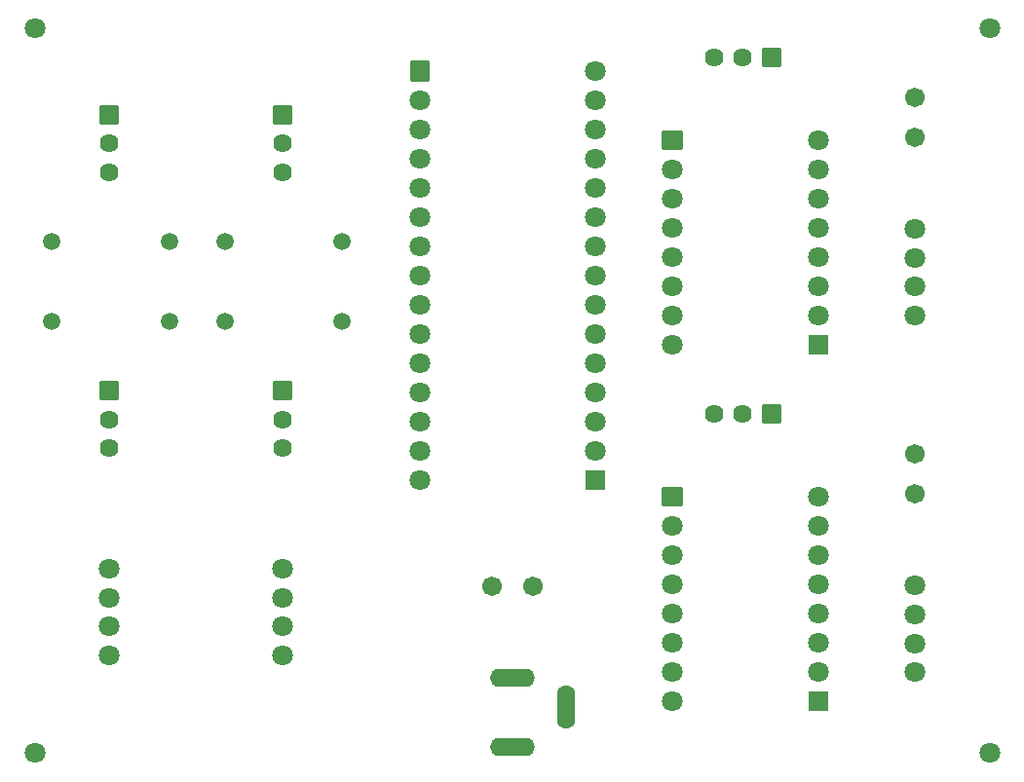
<source format=gbs>
G04 Layer: BottomSolderMaskLayer*
G04 EasyEDA v6.5.42, 2024-04-20 17:29:38*
G04 88c8a89ba0d84e72ac533820636c5c94,79741c9dc20a42bbb4667d943d95035a,10*
G04 Gerber Generator version 0.2*
G04 Scale: 100 percent, Rotated: No, Reflected: No *
G04 Dimensions in inches *
G04 leading zeros omitted , absolute positions ,3 integer and 6 decimal *
%FSLAX36Y36*%
%MOIN*%

%AMMACRO1*1,1,$1,$2,$3*1,1,$1,$4,$5*1,1,$1,0-$2,0-$3*1,1,$1,0-$4,0-$5*20,1,$1,$2,$3,$4,$5,0*20,1,$1,$4,$5,0-$2,0-$3,0*20,1,$1,0-$2,0-$3,0-$4,0-$5,0*20,1,$1,0-$4,0-$5,$2,$3,0*4,1,4,$2,$3,$4,$5,0-$2,0-$3,0-$4,0-$5,$2,$3,0*%
%ADD10MACRO1,0.0039X0.03X0.03X0.03X-0.03*%
%ADD11C,0.0639*%
%ADD12C,0.0670*%
%ADD13C,0.0709*%
%ADD14O,0.063055X0.149669*%
%ADD15O,0.153606X0.063055*%
%ADD16C,0.0709*%
%ADD17MACRO1,0.004X0.0335X0.031X0.0335X-0.031*%
%ADD18R,0.0709X0.0660*%
%ADD19MACRO1,0.0039X0.03X-0.03X-0.03X-0.03*%
%ADD20MACRO1,0.004X0.031X0.0335X0.031X-0.0335*%
%ADD21R,0.0660X0.0709*%
%ADD22C,0.0591*%

%LPD*%
D10*
G01*
X984250Y2322835D03*
D11*
G01*
X984250Y2224400D03*
G01*
X984250Y2125979D03*
D10*
G01*
X393699Y1377955D03*
D11*
G01*
X393699Y1279520D03*
G01*
X393699Y1181100D03*
D10*
G01*
X984250Y1377955D03*
D11*
G01*
X984250Y1279520D03*
G01*
X984250Y1181100D03*
D12*
G01*
X1840550Y708659D03*
G01*
X1702749Y708659D03*
G01*
X3149600Y1023620D03*
G01*
X3149600Y1161419D03*
G01*
X3149600Y2244090D03*
G01*
X3149600Y2381889D03*
D13*
G01*
X393699Y472440D03*
G01*
X393699Y570869D03*
G01*
X393699Y669290D03*
G01*
X393699Y767719D03*
G01*
X984250Y472440D03*
G01*
X984250Y570869D03*
G01*
X984250Y669290D03*
G01*
X984250Y767719D03*
G01*
X3149600Y710239D03*
G01*
X3149600Y611810D03*
G01*
X3149600Y513389D03*
G01*
X3149600Y414960D03*
G01*
X3149610Y1930709D03*
G01*
X3149610Y1832280D03*
G01*
X3149610Y1733859D03*
G01*
X3149600Y1635430D03*
D14*
G01*
X1954750Y295289D03*
D15*
G01*
X1771649Y157489D03*
G01*
X1771649Y393690D03*
D16*
G01*
X2317240Y314960D03*
G01*
X2317240Y414960D03*
G01*
X2317240Y514960D03*
G01*
X2317240Y614960D03*
G01*
X2317240Y714960D03*
G01*
X2317240Y814960D03*
G01*
X2317240Y914960D03*
D17*
G01*
X2317239Y1014960D03*
D16*
G01*
X2817240Y1014960D03*
G01*
X2817240Y914960D03*
G01*
X2817240Y814960D03*
G01*
X2817240Y714960D03*
G01*
X2817240Y614960D03*
G01*
X2817240Y514960D03*
G01*
X2817240Y414960D03*
D18*
G01*
X2817240Y314960D03*
D19*
G01*
X2657475Y1299209D03*
D11*
G01*
X2559049Y1299209D03*
G01*
X2460630Y1299209D03*
D16*
G01*
X2317240Y1535430D03*
G01*
X2317240Y1635430D03*
G01*
X2317240Y1735430D03*
G01*
X2317240Y1835430D03*
G01*
X2317240Y1935430D03*
G01*
X2317240Y2035430D03*
G01*
X2317240Y2135430D03*
D17*
G01*
X2317239Y2235430D03*
D16*
G01*
X2817240Y2235430D03*
G01*
X2817240Y2135430D03*
G01*
X2817240Y2035430D03*
G01*
X2817240Y1935430D03*
G01*
X2817240Y1835430D03*
G01*
X2817240Y1735430D03*
G01*
X2817240Y1635430D03*
D18*
G01*
X2817240Y1535430D03*
D19*
G01*
X2657479Y2519679D03*
D11*
G01*
X2559049Y2519679D03*
G01*
X2460630Y2519679D03*
D10*
G01*
X393699Y2322835D03*
D11*
G01*
X393699Y2224400D03*
G01*
X393699Y2125979D03*
D16*
G01*
X1456689Y1071649D03*
G01*
X1456689Y1171649D03*
G01*
X1456689Y1271649D03*
G01*
X1456689Y1371649D03*
G01*
X1456689Y1471649D03*
G01*
X1456689Y1571649D03*
G01*
X1456689Y1671649D03*
G01*
X1456689Y1771649D03*
G01*
X1456689Y1871649D03*
G01*
X1456689Y1971649D03*
G01*
X1456689Y2071649D03*
G01*
X1456689Y2171649D03*
G01*
X1456689Y2271649D03*
G01*
X1456689Y2371649D03*
D20*
G01*
X1456690Y2471649D03*
D16*
G01*
X2056689Y2471649D03*
G01*
X2056689Y2371649D03*
G01*
X2056689Y2271649D03*
G01*
X2056689Y2171649D03*
G01*
X2056689Y2071649D03*
G01*
X2056689Y1971649D03*
G01*
X2056689Y1871649D03*
G01*
X2056689Y1771649D03*
G01*
X2056689Y1671649D03*
G01*
X2056689Y1571649D03*
G01*
X2056689Y1471649D03*
G01*
X2056689Y1371649D03*
G01*
X2056689Y1271649D03*
G01*
X2056689Y1171649D03*
D21*
G01*
X2056689Y1071649D03*
D22*
G01*
X196849Y1889760D03*
G01*
X598429Y1889760D03*
G01*
X1188980Y1889760D03*
G01*
X787399Y1889760D03*
G01*
X598429Y1614169D03*
G01*
X196849Y1614169D03*
G01*
X787399Y1614169D03*
G01*
X1188980Y1614169D03*
D13*
G01*
X137800Y2618099D03*
G01*
X137800Y137789D03*
G01*
X3405510Y137789D03*
G01*
X3405510Y2618099D03*
M02*

</source>
